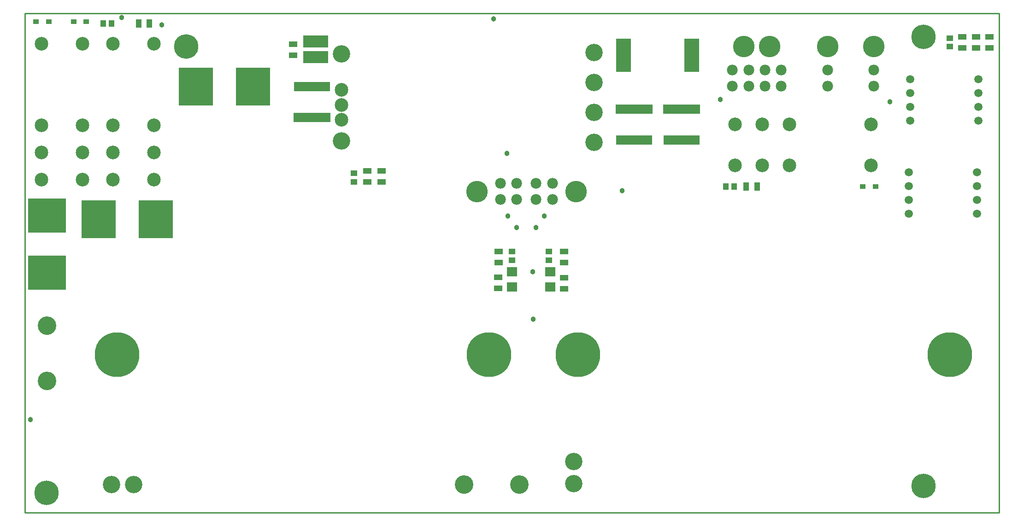
<source format=gts>
G04*
G04 #@! TF.GenerationSoftware,Altium Limited,Altium Designer,18.1.11 (251)*
G04*
G04 Layer_Color=8388736*
%FSLAX25Y25*%
%MOIN*%
G70*
G01*
G75*
%ADD10C,0.01000*%
%ADD28R,0.06115X0.04343*%
%ADD29R,0.07690X0.06509*%
%ADD30C,0.03800*%
%ADD31R,0.24816X0.27375*%
%ADD32R,0.26784X0.06706*%
%ADD33R,0.25997X0.06706*%
%ADD34R,0.04343X0.06115*%
%ADD35R,0.04540X0.04343*%
%ADD36R,0.04343X0.04540*%
%ADD37R,0.04343X0.03359*%
%ADD38R,0.27375X0.24816*%
%ADD39R,0.17926X0.09068*%
%ADD40R,0.11036X0.24422*%
%ADD41C,0.12611*%
%ADD42C,0.05918*%
%ADD43C,0.07800*%
%ADD44C,0.15600*%
%ADD45C,0.13398*%
%ADD46C,0.09855*%
%ADD47C,0.17729*%
%ADD48C,0.32296*%
D10*
X0Y0D02*
Y361500D01*
Y0D02*
X704500D01*
Y361500D01*
X0D02*
X704500D01*
D28*
X389900Y169937D02*
D03*
Y162063D02*
D03*
X342200Y170437D02*
D03*
Y162563D02*
D03*
X688000Y344437D02*
D03*
Y336563D02*
D03*
X697500Y344437D02*
D03*
Y336563D02*
D03*
X342400Y181263D02*
D03*
Y189137D02*
D03*
X389700Y181163D02*
D03*
Y189037D02*
D03*
X193800Y339137D02*
D03*
Y331263D02*
D03*
X258000Y247374D02*
D03*
Y239500D02*
D03*
X678000Y344437D02*
D03*
Y336563D02*
D03*
X247500Y247437D02*
D03*
Y239563D02*
D03*
D29*
X379700Y174312D02*
D03*
Y163288D02*
D03*
X352300Y174412D02*
D03*
Y163388D02*
D03*
D30*
X355500Y206300D02*
D03*
X369600Y206500D02*
D03*
X4000Y67500D02*
D03*
X625500Y297400D02*
D03*
X502700Y299100D02*
D03*
X98750Y353250D02*
D03*
X348600Y260200D02*
D03*
X367500Y140100D02*
D03*
X367200Y174500D02*
D03*
X375400Y214900D02*
D03*
X349100Y214800D02*
D03*
X431900Y233000D02*
D03*
X338800Y357300D02*
D03*
X70000Y358300D02*
D03*
D31*
X164769Y308500D02*
D03*
X123431D02*
D03*
X94669Y212500D02*
D03*
X53331D02*
D03*
D32*
X207500Y285980D02*
D03*
X475000Y292220D02*
D03*
X440500D02*
D03*
D33*
X207500Y308420D02*
D03*
X475000Y269779D02*
D03*
X440500D02*
D03*
D34*
X529437Y236000D02*
D03*
X521563D02*
D03*
X82063Y354000D02*
D03*
X89937D02*
D03*
D35*
X352300Y182849D02*
D03*
Y188951D02*
D03*
X378900Y182849D02*
D03*
Y188951D02*
D03*
X238000Y245651D02*
D03*
Y239549D02*
D03*
X669000Y337449D02*
D03*
Y343551D02*
D03*
D36*
X506898Y236000D02*
D03*
X513000D02*
D03*
X62551Y354000D02*
D03*
X56449D02*
D03*
D37*
X17028Y355500D02*
D03*
X7972D02*
D03*
X605972Y236000D02*
D03*
X615028D02*
D03*
X44128Y355500D02*
D03*
X35072D02*
D03*
D38*
X16000Y173831D02*
D03*
Y215169D02*
D03*
D39*
X210200Y329890D02*
D03*
Y341110D02*
D03*
D40*
X432795Y331000D02*
D03*
X482205D02*
D03*
D41*
X62500Y20500D02*
D03*
X78500D02*
D03*
X397000Y21000D02*
D03*
Y37000D02*
D03*
X229000Y269100D02*
D03*
Y332092D02*
D03*
X411598Y311423D02*
D03*
Y333076D02*
D03*
Y289769D02*
D03*
Y268116D02*
D03*
D42*
X640191Y283700D02*
D03*
Y293700D02*
D03*
Y303700D02*
D03*
X689600Y283700D02*
D03*
Y293700D02*
D03*
Y303700D02*
D03*
X640191Y313700D02*
D03*
X689600D02*
D03*
X688600Y246400D02*
D03*
X639190D02*
D03*
X688600Y236400D02*
D03*
Y226400D02*
D03*
Y216400D02*
D03*
X639190Y236400D02*
D03*
Y226400D02*
D03*
Y216400D02*
D03*
D43*
X355500Y238500D02*
D03*
Y226700D02*
D03*
X343700D02*
D03*
Y238500D02*
D03*
X369600Y226700D02*
D03*
Y238500D02*
D03*
X381400D02*
D03*
Y226700D02*
D03*
X523400Y308700D02*
D03*
X511600D02*
D03*
Y320500D02*
D03*
X523400D02*
D03*
X547000D02*
D03*
X535200D02*
D03*
Y308700D02*
D03*
X547000D02*
D03*
X580500D02*
D03*
Y320500D02*
D03*
X614000D02*
D03*
Y308700D02*
D03*
D44*
X326700Y232600D02*
D03*
X398400D02*
D03*
X520000Y337500D02*
D03*
X538500D02*
D03*
X580500D02*
D03*
X614000D02*
D03*
D45*
X317500Y20500D02*
D03*
X357658D02*
D03*
X16000Y95342D02*
D03*
Y135500D02*
D03*
D46*
X229000Y295163D02*
D03*
Y306029D02*
D03*
Y284336D02*
D03*
X513575Y281000D02*
D03*
X533260D02*
D03*
X612000D02*
D03*
X552945D02*
D03*
X513575Y251472D02*
D03*
X533260D02*
D03*
X552945D02*
D03*
X612000D02*
D03*
X11972Y241130D02*
D03*
Y260815D02*
D03*
Y339555D02*
D03*
Y280500D02*
D03*
X41500Y241130D02*
D03*
Y260815D02*
D03*
Y280500D02*
D03*
Y339555D02*
D03*
X63500Y241130D02*
D03*
Y260815D02*
D03*
Y339555D02*
D03*
Y280500D02*
D03*
X93028Y241130D02*
D03*
Y260815D02*
D03*
Y280500D02*
D03*
Y339555D02*
D03*
D47*
X15500Y14500D02*
D03*
X650000Y19500D02*
D03*
X116400Y337600D02*
D03*
X650000Y344500D02*
D03*
D48*
X335500Y114500D02*
D03*
X66602D02*
D03*
X668898D02*
D03*
X400000D02*
D03*
M02*

</source>
